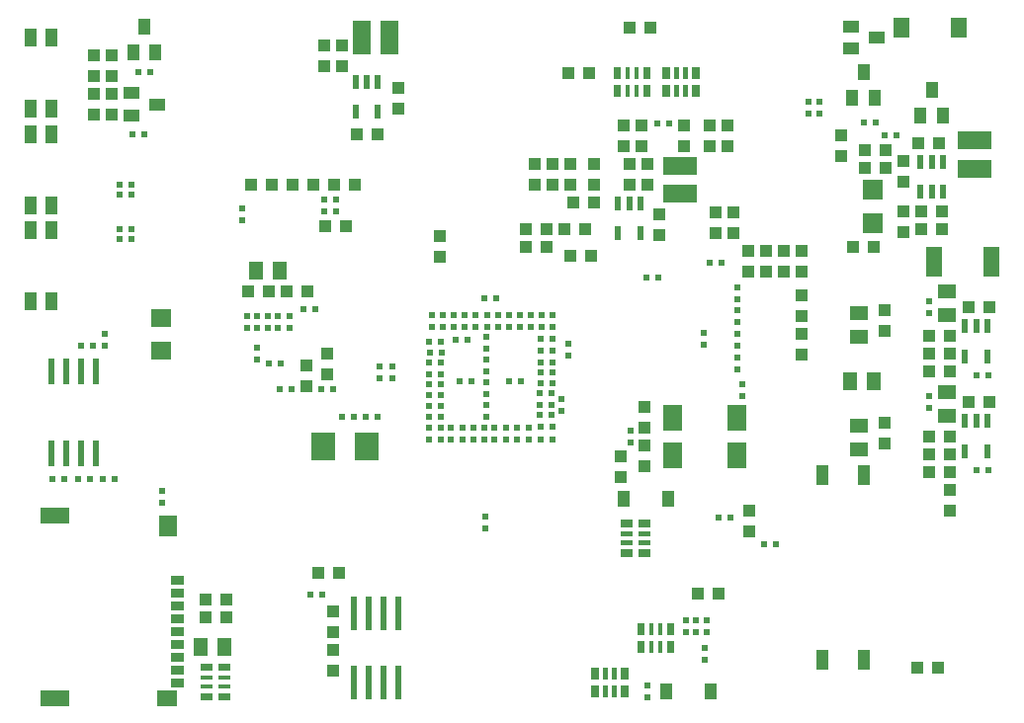
<source format=gbr>
%TF.GenerationSoftware,KiCad,Pcbnew,(6.0.1)*%
%TF.CreationDate,2022-06-22T14:46:01-03:00*%
%TF.ProjectId,A20-OLinuXino-Lime_Rev_I1,4132302d-4f4c-4696-9e75-58696e6f2d4c,rev?*%
%TF.SameCoordinates,Original*%
%TF.FileFunction,Paste,Bot*%
%TF.FilePolarity,Positive*%
%FSLAX46Y46*%
G04 Gerber Fmt 4.6, Leading zero omitted, Abs format (unit mm)*
G04 Created by KiCad (PCBNEW (6.0.1)) date 2022-06-22 14:46:01*
%MOMM*%
%LPD*%
G01*
G04 APERTURE LIST*
%ADD10R,0.609600X0.584200*%
%ADD11R,1.016000X1.016000*%
%ADD12R,0.584200X0.609600*%
%ADD13R,2.100000X2.400000*%
%ADD14R,0.550000X1.200000*%
%ADD15R,1.000000X1.400000*%
%ADD16R,1.450000X2.600000*%
%ADD17R,3.000000X1.600000*%
%ADD18R,1.450000X1.800000*%
%ADD19R,1.400000X1.000000*%
%ADD20R,1.016000X1.778000*%
%ADD21R,1.524000X1.270000*%
%ADD22R,1.270000X1.524000*%
%ADD23R,1.600000X3.000000*%
%ADD24R,1.800000X1.600000*%
%ADD25R,0.600000X2.200000*%
%ADD26R,0.609600X2.921000*%
%ADD27R,1.778000X1.651000*%
G04 APERTURE END LIST*
%TO.C,RM1*%
G36*
X161194600Y-128585600D02*
G01*
X160813600Y-128585600D01*
X160813600Y-127569600D01*
X161194600Y-127569600D01*
X161194600Y-128585600D01*
G37*
G36*
X162210600Y-130109600D02*
G01*
X161575600Y-130109600D01*
X161575600Y-129093600D01*
X162210600Y-129093600D01*
X162210600Y-130109600D01*
G37*
G36*
X160432600Y-130109600D02*
G01*
X160051600Y-130109600D01*
X160051600Y-129093600D01*
X160432600Y-129093600D01*
X160432600Y-130109600D01*
G37*
G36*
X162210600Y-128585600D02*
G01*
X161575600Y-128585600D01*
X161575600Y-127569600D01*
X162210600Y-127569600D01*
X162210600Y-128585600D01*
G37*
G36*
X160432600Y-128585600D02*
G01*
X160051600Y-128585600D01*
X160051600Y-127569600D01*
X160432600Y-127569600D01*
X160432600Y-128585600D01*
G37*
G36*
X159670600Y-130109600D02*
G01*
X159035600Y-130109600D01*
X159035600Y-129093600D01*
X159670600Y-129093600D01*
X159670600Y-130109600D01*
G37*
G36*
X161194600Y-130109600D02*
G01*
X160813600Y-130109600D01*
X160813600Y-129093600D01*
X161194600Y-129093600D01*
X161194600Y-130109600D01*
G37*
G36*
X159670600Y-128585600D02*
G01*
X159035600Y-128585600D01*
X159035600Y-127569600D01*
X159670600Y-127569600D01*
X159670600Y-128585600D01*
G37*
%TO.C,RECOVERY*%
G36*
X109315100Y-94676600D02*
G01*
X108299100Y-94676600D01*
X108299100Y-93152600D01*
X109315100Y-93152600D01*
X109315100Y-94676600D01*
G37*
G36*
X109315100Y-100772600D02*
G01*
X108299100Y-100772600D01*
X108299100Y-99248600D01*
X109315100Y-99248600D01*
X109315100Y-100772600D01*
G37*
G36*
X107537100Y-94676600D02*
G01*
X106521100Y-94676600D01*
X106521100Y-93152600D01*
X107537100Y-93152600D01*
X107537100Y-94676600D01*
G37*
G36*
X107537100Y-100772600D02*
G01*
X106521100Y-100772600D01*
X106521100Y-99248600D01*
X107537100Y-99248600D01*
X107537100Y-100772600D01*
G37*
%TO.C,Q2*%
G36*
X162864100Y-114267600D02*
G01*
X161264100Y-114267600D01*
X161264100Y-112067600D01*
X162864100Y-112067600D01*
X162864100Y-114267600D01*
G37*
G36*
X162864100Y-111067600D02*
G01*
X161264100Y-111067600D01*
X161264100Y-108867600D01*
X162864100Y-108867600D01*
X162864100Y-111067600D01*
G37*
G36*
X168364100Y-111067600D02*
G01*
X166764100Y-111067600D01*
X166764100Y-108867600D01*
X168364100Y-108867600D01*
X168364100Y-111067600D01*
G37*
G36*
X168364100Y-114267600D02*
G01*
X166764100Y-114267600D01*
X166764100Y-112067600D01*
X168364100Y-112067600D01*
X168364100Y-114267600D01*
G37*
%TO.C,RM9*%
G36*
X159162600Y-82484600D02*
G01*
X158781600Y-82484600D01*
X158781600Y-81468600D01*
X159162600Y-81468600D01*
X159162600Y-82484600D01*
G37*
G36*
X158400600Y-82484600D02*
G01*
X158019600Y-82484600D01*
X158019600Y-81468600D01*
X158400600Y-81468600D01*
X158400600Y-82484600D01*
G37*
G36*
X157638600Y-82484600D02*
G01*
X157003600Y-82484600D01*
X157003600Y-81468600D01*
X157638600Y-81468600D01*
X157638600Y-82484600D01*
G37*
G36*
X157638600Y-80960600D02*
G01*
X157003600Y-80960600D01*
X157003600Y-79944600D01*
X157638600Y-79944600D01*
X157638600Y-80960600D01*
G37*
G36*
X160178600Y-82484600D02*
G01*
X159543600Y-82484600D01*
X159543600Y-81468600D01*
X160178600Y-81468600D01*
X160178600Y-82484600D01*
G37*
G36*
X158400600Y-80960600D02*
G01*
X158019600Y-80960600D01*
X158019600Y-79944600D01*
X158400600Y-79944600D01*
X158400600Y-80960600D01*
G37*
G36*
X160178600Y-80960600D02*
G01*
X159543600Y-80960600D01*
X159543600Y-79944600D01*
X160178600Y-79944600D01*
X160178600Y-80960600D01*
G37*
G36*
X159162600Y-80960600D02*
G01*
X158781600Y-80960600D01*
X158781600Y-79944600D01*
X159162600Y-79944600D01*
X159162600Y-80960600D01*
G37*
%TO.C,PWR*%
G36*
X109315100Y-84262600D02*
G01*
X108299100Y-84262600D01*
X108299100Y-82738600D01*
X109315100Y-82738600D01*
X109315100Y-84262600D01*
G37*
G36*
X107537100Y-84262600D02*
G01*
X106521100Y-84262600D01*
X106521100Y-82738600D01*
X107537100Y-82738600D01*
X107537100Y-84262600D01*
G37*
G36*
X107537100Y-78166600D02*
G01*
X106521100Y-78166600D01*
X106521100Y-76642600D01*
X107537100Y-76642600D01*
X107537100Y-78166600D01*
G37*
G36*
X109315100Y-78166600D02*
G01*
X108299100Y-78166600D01*
X108299100Y-76642600D01*
X109315100Y-76642600D01*
X109315100Y-78166600D01*
G37*
%TO.C,RM4*%
G36*
X124174100Y-132459100D02*
G01*
X123158100Y-132459100D01*
X123158100Y-132078100D01*
X124174100Y-132078100D01*
X124174100Y-132459100D01*
G37*
G36*
X122650100Y-134237100D02*
G01*
X121634100Y-134237100D01*
X121634100Y-133602100D01*
X122650100Y-133602100D01*
X122650100Y-134237100D01*
G37*
G36*
X124174100Y-133221100D02*
G01*
X123158100Y-133221100D01*
X123158100Y-132840100D01*
X124174100Y-132840100D01*
X124174100Y-133221100D01*
G37*
G36*
X124174100Y-131697100D02*
G01*
X123158100Y-131697100D01*
X123158100Y-131062100D01*
X124174100Y-131062100D01*
X124174100Y-131697100D01*
G37*
G36*
X124174100Y-134237100D02*
G01*
X123158100Y-134237100D01*
X123158100Y-133602100D01*
X124174100Y-133602100D01*
X124174100Y-134237100D01*
G37*
G36*
X122650100Y-133221100D02*
G01*
X121634100Y-133221100D01*
X121634100Y-132840100D01*
X122650100Y-132840100D01*
X122650100Y-133221100D01*
G37*
G36*
X122650100Y-132459100D02*
G01*
X121634100Y-132459100D01*
X121634100Y-132078100D01*
X122650100Y-132078100D01*
X122650100Y-132459100D01*
G37*
G36*
X122650100Y-131697100D02*
G01*
X121634100Y-131697100D01*
X121634100Y-131062100D01*
X122650100Y-131062100D01*
X122650100Y-131697100D01*
G37*
%TO.C,RM5*%
G36*
X157257600Y-132395600D02*
G01*
X156876600Y-132395600D01*
X156876600Y-131379600D01*
X157257600Y-131379600D01*
X157257600Y-132395600D01*
G37*
G36*
X155733600Y-132395600D02*
G01*
X155098600Y-132395600D01*
X155098600Y-131379600D01*
X155733600Y-131379600D01*
X155733600Y-132395600D01*
G37*
G36*
X158273600Y-133919600D02*
G01*
X157638600Y-133919600D01*
X157638600Y-132903600D01*
X158273600Y-132903600D01*
X158273600Y-133919600D01*
G37*
G36*
X155733600Y-133919600D02*
G01*
X155098600Y-133919600D01*
X155098600Y-132903600D01*
X155733600Y-132903600D01*
X155733600Y-133919600D01*
G37*
G36*
X158273600Y-132395600D02*
G01*
X157638600Y-132395600D01*
X157638600Y-131379600D01*
X158273600Y-131379600D01*
X158273600Y-132395600D01*
G37*
G36*
X156495600Y-133919600D02*
G01*
X156114600Y-133919600D01*
X156114600Y-132903600D01*
X156495600Y-132903600D01*
X156495600Y-133919600D01*
G37*
G36*
X156495600Y-132395600D02*
G01*
X156114600Y-132395600D01*
X156114600Y-131379600D01*
X156495600Y-131379600D01*
X156495600Y-132395600D01*
G37*
G36*
X157257600Y-133919600D02*
G01*
X156876600Y-133919600D01*
X156876600Y-132903600D01*
X157257600Y-132903600D01*
X157257600Y-133919600D01*
G37*
%TO.C,RESET*%
G36*
X109315100Y-86421600D02*
G01*
X108299100Y-86421600D01*
X108299100Y-84897600D01*
X109315100Y-84897600D01*
X109315100Y-86421600D01*
G37*
G36*
X109315100Y-92517600D02*
G01*
X108299100Y-92517600D01*
X108299100Y-90993600D01*
X109315100Y-90993600D01*
X109315100Y-92517600D01*
G37*
G36*
X107537100Y-92517600D02*
G01*
X106521100Y-92517600D01*
X106521100Y-90993600D01*
X107537100Y-90993600D01*
X107537100Y-92517600D01*
G37*
G36*
X107537100Y-86421600D02*
G01*
X106521100Y-86421600D01*
X106521100Y-84897600D01*
X107537100Y-84897600D01*
X107537100Y-86421600D01*
G37*
%TO.C,SD/MMC1*%
G36*
X120157100Y-130875100D02*
G01*
X119047100Y-130875100D01*
X119047100Y-130175100D01*
X120157100Y-130175100D01*
X120157100Y-130875100D01*
G37*
G36*
X119582100Y-134675100D02*
G01*
X117882100Y-134675100D01*
X117882100Y-133325100D01*
X119582100Y-133325100D01*
X119582100Y-134675100D01*
G37*
G36*
X120157100Y-126475100D02*
G01*
X119047100Y-126475100D01*
X119047100Y-125775100D01*
X120157100Y-125775100D01*
X120157100Y-126475100D01*
G37*
G36*
X120157100Y-127575100D02*
G01*
X119047100Y-127575100D01*
X119047100Y-126875100D01*
X120157100Y-126875100D01*
X120157100Y-127575100D01*
G37*
G36*
X120157100Y-129775100D02*
G01*
X119047100Y-129775100D01*
X119047100Y-129075100D01*
X120157100Y-129075100D01*
X120157100Y-129775100D01*
G37*
G36*
X110382100Y-119025100D02*
G01*
X107882100Y-119025100D01*
X107882100Y-117675100D01*
X110382100Y-117675100D01*
X110382100Y-119025100D01*
G37*
G36*
X120157100Y-125375100D02*
G01*
X119047100Y-125375100D01*
X119047100Y-124675100D01*
X120157100Y-124675100D01*
X120157100Y-125375100D01*
G37*
G36*
X110382100Y-134675100D02*
G01*
X107882100Y-134675100D01*
X107882100Y-133325100D01*
X110382100Y-133325100D01*
X110382100Y-134675100D01*
G37*
G36*
X120157100Y-133075100D02*
G01*
X119047100Y-133075100D01*
X119047100Y-132375100D01*
X120157100Y-132375100D01*
X120157100Y-133075100D01*
G37*
G36*
X120157100Y-124275100D02*
G01*
X119047100Y-124275100D01*
X119047100Y-123575100D01*
X120157100Y-123575100D01*
X120157100Y-124275100D01*
G37*
G36*
X120157100Y-131975100D02*
G01*
X119047100Y-131975100D01*
X119047100Y-131275100D01*
X120157100Y-131275100D01*
X120157100Y-131975100D01*
G37*
G36*
X120157100Y-128675100D02*
G01*
X119047100Y-128675100D01*
X119047100Y-127975100D01*
X120157100Y-127975100D01*
X120157100Y-128675100D01*
G37*
G36*
X119582100Y-120125100D02*
G01*
X118032100Y-120125100D01*
X118032100Y-118375100D01*
X119582100Y-118375100D01*
X119582100Y-120125100D01*
G37*
%TO.C,RM2*%
G36*
X160115100Y-119378100D02*
G01*
X159099100Y-119378100D01*
X159099100Y-118743100D01*
X160115100Y-118743100D01*
X160115100Y-119378100D01*
G37*
G36*
X158591100Y-120140100D02*
G01*
X157575100Y-120140100D01*
X157575100Y-119759100D01*
X158591100Y-119759100D01*
X158591100Y-120140100D01*
G37*
G36*
X158591100Y-121918100D02*
G01*
X157575100Y-121918100D01*
X157575100Y-121283100D01*
X158591100Y-121283100D01*
X158591100Y-121918100D01*
G37*
G36*
X160115100Y-120140100D02*
G01*
X159099100Y-120140100D01*
X159099100Y-119759100D01*
X160115100Y-119759100D01*
X160115100Y-120140100D01*
G37*
G36*
X160115100Y-120902100D02*
G01*
X159099100Y-120902100D01*
X159099100Y-120521100D01*
X160115100Y-120521100D01*
X160115100Y-120902100D01*
G37*
G36*
X160115100Y-121918100D02*
G01*
X159099100Y-121918100D01*
X159099100Y-121283100D01*
X160115100Y-121283100D01*
X160115100Y-121918100D01*
G37*
G36*
X158591100Y-119378100D02*
G01*
X157575100Y-119378100D01*
X157575100Y-118743100D01*
X158591100Y-118743100D01*
X158591100Y-119378100D01*
G37*
G36*
X158591100Y-120902100D02*
G01*
X157575100Y-120902100D01*
X157575100Y-120521100D01*
X158591100Y-120521100D01*
X158591100Y-120902100D01*
G37*
%TO.C,RM10*%
G36*
X164369600Y-80960600D02*
G01*
X163734600Y-80960600D01*
X163734600Y-79944600D01*
X164369600Y-79944600D01*
X164369600Y-80960600D01*
G37*
G36*
X161829600Y-82484600D02*
G01*
X161194600Y-82484600D01*
X161194600Y-81468600D01*
X161829600Y-81468600D01*
X161829600Y-82484600D01*
G37*
G36*
X162591600Y-82484600D02*
G01*
X162210600Y-82484600D01*
X162210600Y-81468600D01*
X162591600Y-81468600D01*
X162591600Y-82484600D01*
G37*
G36*
X162591600Y-80960600D02*
G01*
X162210600Y-80960600D01*
X162210600Y-79944600D01*
X162591600Y-79944600D01*
X162591600Y-80960600D01*
G37*
G36*
X164369600Y-82484600D02*
G01*
X163734600Y-82484600D01*
X163734600Y-81468600D01*
X164369600Y-81468600D01*
X164369600Y-82484600D01*
G37*
G36*
X161829600Y-80960600D02*
G01*
X161194600Y-80960600D01*
X161194600Y-79944600D01*
X161829600Y-79944600D01*
X161829600Y-80960600D01*
G37*
G36*
X163353600Y-82484600D02*
G01*
X162972600Y-82484600D01*
X162972600Y-81468600D01*
X163353600Y-81468600D01*
X163353600Y-82484600D01*
G37*
G36*
X163353600Y-80960600D02*
G01*
X162972600Y-80960600D01*
X162972600Y-79944600D01*
X163353600Y-79944600D01*
X163353600Y-80960600D01*
G37*
%TD*%
D10*
%TO.C,C156*%
X141141300Y-106233600D03*
X142157300Y-106233600D03*
%TD*%
D11*
%TO.C,C157*%
X167227100Y-94168600D03*
X167227100Y-92390600D03*
%TD*%
D12*
%TO.C,C12*%
X151783900Y-102220400D03*
X151783900Y-101204400D03*
%TD*%
D10*
%TO.C,C30*%
X143478100Y-103312600D03*
X144494100Y-103312600D03*
%TD*%
%TO.C,C93*%
X151656900Y-108875200D03*
X150640900Y-108875200D03*
%TD*%
D12*
%TO.C,R87*%
X128238100Y-102296600D03*
X128238100Y-101280600D03*
%TD*%
D11*
%TO.C,R70*%
X155289100Y-91501600D03*
X153511100Y-91501600D03*
%TD*%
D10*
%TO.C,C67*%
X141141300Y-107122600D03*
X142157300Y-107122600D03*
%TD*%
D12*
%TO.C,C73*%
X143071700Y-111821600D03*
X143071700Y-110805600D03*
%TD*%
%TO.C,C38*%
X167608100Y-102804600D03*
X167608100Y-103820600D03*
%TD*%
D10*
%TO.C,C128*%
X115665100Y-93787600D03*
X114649100Y-93787600D03*
%TD*%
D11*
%TO.C,C130*%
X179292100Y-95311600D03*
X177514100Y-95311600D03*
%TD*%
D13*
%TO.C,Q3*%
X135803100Y-112456600D03*
X132103100Y-112456600D03*
%TD*%
D11*
%TO.C,C194*%
X183991100Y-104455600D03*
X185769100Y-104455600D03*
%TD*%
D14*
%TO.C,U10*%
X187105100Y-110267500D03*
X188055100Y-110267500D03*
X189005100Y-110267500D03*
X189005100Y-112867700D03*
X187105100Y-112867700D03*
%TD*%
D11*
%TO.C,C125*%
X183991100Y-102931600D03*
X185769100Y-102931600D03*
%TD*%
D14*
%TO.C,U15*%
X134908100Y-81184500D03*
X135858100Y-81184500D03*
X136808100Y-81184500D03*
X136808100Y-83784700D03*
X134908100Y-83784700D03*
%TD*%
D11*
%TO.C,C177*%
X158337100Y-88199600D03*
X158337100Y-89977600D03*
%TD*%
D10*
%TO.C,C123*%
X141141300Y-108976800D03*
X142157300Y-108976800D03*
%TD*%
%TO.C,C70*%
X151758500Y-111821600D03*
X150742500Y-111821600D03*
%TD*%
D12*
%TO.C,R96*%
X126460100Y-102296600D03*
X126460100Y-101280600D03*
%TD*%
D15*
%TO.C,U20*%
X185195100Y-84092600D03*
X183295100Y-84092600D03*
X184245100Y-81892600D03*
%TD*%
D12*
%TO.C,C196*%
X126460100Y-104963600D03*
X126460100Y-103947600D03*
%TD*%
D10*
%TO.C,R93*%
X112109100Y-115250600D03*
X111093100Y-115250600D03*
%TD*%
D16*
%TO.C,D5*%
X184467100Y-96581600D03*
X189357100Y-96581600D03*
%TD*%
D10*
%TO.C,C90*%
X133699100Y-109916600D03*
X134715100Y-109916600D03*
%TD*%
D11*
%TO.C,C132*%
X173069100Y-97470600D03*
X173069100Y-95692600D03*
%TD*%
D12*
%TO.C,R22*%
X164814100Y-130744600D03*
X164814100Y-129728600D03*
%TD*%
%TO.C,C35*%
X148964500Y-101204400D03*
X148964500Y-102220400D03*
%TD*%
%TO.C,C53*%
X146068900Y-108875200D03*
X146068900Y-109891200D03*
%TD*%
D15*
%TO.C,FET1*%
X117758100Y-78631600D03*
X115858100Y-78631600D03*
X116808100Y-76431600D03*
%TD*%
D12*
%TO.C,R24*%
X164941100Y-128331600D03*
X164941100Y-127315600D03*
%TD*%
D11*
%TO.C,R53*%
X173069100Y-104582600D03*
X173069100Y-102804600D03*
%TD*%
D10*
%TO.C,C103*%
X132175100Y-91247600D03*
X133191100Y-91247600D03*
%TD*%
D12*
%TO.C,R19*%
X163163100Y-128331600D03*
X163163100Y-127315600D03*
%TD*%
D17*
%TO.C,L13*%
X162655100Y-90796600D03*
X162655100Y-88396600D03*
%TD*%
D14*
%TO.C,U14*%
X185195100Y-90642700D03*
X184245100Y-90642700D03*
X183295100Y-90642700D03*
X183295100Y-88042500D03*
X184245100Y-88042500D03*
X185195100Y-88042500D03*
%TD*%
D11*
%TO.C,R39*%
X160115100Y-76515600D03*
X158337100Y-76515600D03*
%TD*%
D18*
%TO.C,D3*%
X181673100Y-76515600D03*
X186563100Y-76515600D03*
%TD*%
D10*
%TO.C,C6*%
X150742500Y-106132000D03*
X151758500Y-106132000D03*
%TD*%
D11*
%TO.C,C163*%
X163036100Y-86675600D03*
X163036100Y-84897600D03*
%TD*%
D12*
%TO.C,C203*%
X113379100Y-102804600D03*
X113379100Y-103820600D03*
%TD*%
%TO.C,C28*%
X145002100Y-111821600D03*
X145002100Y-110805600D03*
%TD*%
D11*
%TO.C,R46*%
X157829100Y-84897600D03*
X157829100Y-86675600D03*
%TD*%
%TO.C,C54*%
X130778100Y-99121600D03*
X129000100Y-99121600D03*
%TD*%
D10*
%TO.C,C19*%
X159797600Y-97978600D03*
X160813600Y-97978600D03*
%TD*%
D11*
%TO.C,R72*%
X134969100Y-85659600D03*
X136747100Y-85659600D03*
%TD*%
D10*
%TO.C,C8*%
X150742500Y-103236400D03*
X151758500Y-103236400D03*
%TD*%
D12*
%TO.C,R49*%
X159861100Y-133919600D03*
X159861100Y-132903600D03*
%TD*%
D11*
%TO.C,C175*%
X153257100Y-88199600D03*
X153257100Y-89977600D03*
%TD*%
D10*
%TO.C,R47*%
X188055100Y-106360600D03*
X189071100Y-106360600D03*
%TD*%
D11*
%TO.C,C193*%
X183991100Y-113091600D03*
X185769100Y-113091600D03*
%TD*%
D10*
%TO.C,C65*%
X142157300Y-103490400D03*
X141141300Y-103490400D03*
%TD*%
%TO.C,C198*%
X132937100Y-107503600D03*
X131921100Y-107503600D03*
%TD*%
D15*
%TO.C,D2*%
X161517100Y-133411600D03*
X165317100Y-133411600D03*
%TD*%
D11*
%TO.C,C195*%
X130651100Y-105471600D03*
X130651100Y-107249600D03*
%TD*%
D12*
%TO.C,C18*%
X146068900Y-105014400D03*
X146068900Y-106030400D03*
%TD*%
D19*
%TO.C,T1*%
X115708100Y-84069600D03*
X115708100Y-82169600D03*
X117908100Y-83119600D03*
%TD*%
D12*
%TO.C,C105*%
X136941100Y-106623600D03*
X136941100Y-105607600D03*
%TD*%
%TO.C,C11*%
X150844100Y-102220400D03*
X150844100Y-101204400D03*
%TD*%
%TO.C,C44*%
X167989100Y-108138600D03*
X167989100Y-107122600D03*
%TD*%
%TO.C,C204*%
X127349100Y-101280600D03*
X127349100Y-102296600D03*
%TD*%
D10*
%TO.C,C77*%
X142157300Y-110856400D03*
X141141300Y-110856400D03*
%TD*%
D11*
%TO.C,R79*%
X168624100Y-117917600D03*
X168624100Y-119695600D03*
%TD*%
%TO.C,C135*%
X178530100Y-87056600D03*
X180308100Y-87056600D03*
%TD*%
D10*
%TO.C,C4*%
X150640900Y-109764200D03*
X151656900Y-109764200D03*
%TD*%
D20*
%TO.C,C88*%
X174847100Y-130744600D03*
X178403100Y-130744600D03*
%TD*%
D10*
%TO.C,C17*%
X151758500Y-104252400D03*
X150742500Y-104252400D03*
%TD*%
%TO.C,R40*%
X188055100Y-114488600D03*
X189071100Y-114488600D03*
%TD*%
D11*
%TO.C,C200*%
X125698100Y-99121600D03*
X127476100Y-99121600D03*
%TD*%
D10*
%TO.C,R52*%
X116300100Y-80325600D03*
X117316100Y-80325600D03*
%TD*%
D11*
%TO.C,C197*%
X132429100Y-104455600D03*
X132429100Y-106233600D03*
%TD*%
D21*
%TO.C,C188*%
X178022100Y-101026600D03*
X178022100Y-103058600D03*
%TD*%
D10*
%TO.C,R94*%
X111347100Y-103820600D03*
X112363100Y-103820600D03*
%TD*%
D12*
%TO.C,R88*%
X129254100Y-102296600D03*
X129254100Y-101280600D03*
%TD*%
D22*
%TO.C,L1*%
X126333100Y-97343600D03*
X128365100Y-97343600D03*
%TD*%
D23*
%TO.C,L15*%
X137820100Y-77404600D03*
X135420100Y-77404600D03*
%TD*%
D11*
%TO.C,C150*%
X168497100Y-97470600D03*
X168497100Y-95692600D03*
%TD*%
D12*
%TO.C,C31*%
X146068900Y-106944800D03*
X146068900Y-107960800D03*
%TD*%
D10*
%TO.C,C95*%
X141293700Y-104379400D03*
X142309700Y-104379400D03*
%TD*%
D22*
%TO.C,L4*%
X123666100Y-129601600D03*
X121634100Y-129601600D03*
%TD*%
D11*
%TO.C,R15*%
X132937100Y-129855600D03*
X132937100Y-131633600D03*
%TD*%
D12*
%TO.C,C56*%
X147084900Y-102220400D03*
X147084900Y-101204400D03*
%TD*%
D24*
%TO.C,FUSE1*%
X118205100Y-101404600D03*
X118205100Y-104204600D03*
%TD*%
D11*
%TO.C,C98*%
X123793100Y-125537600D03*
X122015100Y-125537600D03*
%TD*%
D10*
%TO.C,C121*%
X141141300Y-108011600D03*
X142157300Y-108011600D03*
%TD*%
%TO.C,C76*%
X169894100Y-120838600D03*
X170910100Y-120838600D03*
%TD*%
D11*
%TO.C,R48*%
X187420100Y-100518600D03*
X189198100Y-100518600D03*
%TD*%
D25*
%TO.C,U22*%
X112617100Y-113035600D03*
X111347100Y-113035600D03*
X110077100Y-113035600D03*
X108807100Y-113035600D03*
X108807100Y-106035600D03*
X110077100Y-106035600D03*
X111347100Y-106035600D03*
X112617100Y-106035600D03*
%TD*%
D11*
%TO.C,C85*%
X159670600Y-114107600D03*
X159670600Y-112329600D03*
%TD*%
D10*
%TO.C,R77*%
X181197100Y-85786600D03*
X180181100Y-85786600D03*
%TD*%
D22*
%TO.C,L9*%
X179292100Y-106868600D03*
X177260100Y-106868600D03*
%TD*%
D11*
%TO.C,C182*%
X138525100Y-83500600D03*
X138525100Y-81722600D03*
%TD*%
D10*
%TO.C,R27*%
X131032100Y-125156600D03*
X132048100Y-125156600D03*
%TD*%
D11*
%TO.C,C186*%
X183356100Y-93787600D03*
X185134100Y-93787600D03*
%TD*%
%TO.C,C118*%
X183991100Y-111567600D03*
X185769100Y-111567600D03*
%TD*%
%TO.C,C164*%
X131286100Y-89977600D03*
X129508100Y-89977600D03*
%TD*%
%TO.C,C99*%
X133064100Y-89977600D03*
X134842100Y-89977600D03*
%TD*%
D12*
%TO.C,C120*%
X183991100Y-108138600D03*
X183991100Y-109154600D03*
%TD*%
D10*
%TO.C,C10*%
X166274600Y-96708600D03*
X165258600Y-96708600D03*
%TD*%
D12*
%TO.C,C7*%
X152558600Y-108392600D03*
X152558600Y-109408600D03*
%TD*%
D10*
%TO.C,R92*%
X108934100Y-115250600D03*
X109950100Y-115250600D03*
%TD*%
D15*
%TO.C,FET4*%
X179353100Y-82568600D03*
X177453100Y-82568600D03*
X178403100Y-80368600D03*
%TD*%
D12*
%TO.C,C37*%
X149904300Y-101204400D03*
X149904300Y-102220400D03*
%TD*%
D10*
%TO.C,C100*%
X132175100Y-92263600D03*
X133191100Y-92263600D03*
%TD*%
D26*
%TO.C,U3*%
X138525100Y-132709600D03*
X137255100Y-132709600D03*
X135985100Y-132709600D03*
X134715100Y-132709600D03*
X134715100Y-126747600D03*
X135985100Y-126747600D03*
X137255100Y-126747600D03*
X138525100Y-126747600D03*
%TD*%
D12*
%TO.C,C126*%
X183991100Y-100010600D03*
X183991100Y-101026600D03*
%TD*%
D11*
%TO.C,R85*%
X185769100Y-117917600D03*
X185769100Y-116139600D03*
%TD*%
D10*
%TO.C,C152*%
X141141300Y-105268400D03*
X142157300Y-105268400D03*
%TD*%
D21*
%TO.C,L8*%
X185515100Y-101153600D03*
X185515100Y-99121600D03*
%TD*%
D11*
%TO.C,C179*%
X183356100Y-92263600D03*
X185134100Y-92263600D03*
%TD*%
%TO.C,C178*%
X159861100Y-88199600D03*
X159861100Y-89977600D03*
%TD*%
%TO.C,R45*%
X159353100Y-84897600D03*
X159353100Y-86675600D03*
%TD*%
%TO.C,R86*%
X184753100Y-131379600D03*
X182975100Y-131379600D03*
%TD*%
D10*
%TO.C,C32*%
X141141300Y-109942000D03*
X142157300Y-109942000D03*
%TD*%
D12*
%TO.C,C52*%
X145903800Y-111821600D03*
X145903800Y-110805600D03*
%TD*%
D11*
%TO.C,C139*%
X151225100Y-93787600D03*
X149447100Y-93787600D03*
%TD*%
D12*
%TO.C,R91*%
X125571100Y-102296600D03*
X125571100Y-101280600D03*
%TD*%
D11*
%TO.C,C55*%
X165957100Y-125029600D03*
X164179100Y-125029600D03*
%TD*%
%TO.C,R38*%
X154908100Y-80452600D03*
X153130100Y-80452600D03*
%TD*%
D20*
%TO.C,C89*%
X174847100Y-114869600D03*
X178403100Y-114869600D03*
%TD*%
D11*
%TO.C,R21*%
X157575100Y-113282100D03*
X157575100Y-115060100D03*
%TD*%
D12*
%TO.C,C162*%
X141420700Y-101204400D03*
X141420700Y-102220400D03*
%TD*%
D11*
%TO.C,C158*%
X165195100Y-86675600D03*
X165195100Y-84897600D03*
%TD*%
D10*
%TO.C,R89*%
X129431900Y-107503600D03*
X128415900Y-107503600D03*
%TD*%
D11*
%TO.C,C192*%
X180181100Y-100772600D03*
X180181100Y-102550600D03*
%TD*%
%TO.C,C149*%
X166719100Y-86675600D03*
X166719100Y-84897600D03*
%TD*%
D12*
%TO.C,C71*%
X149701100Y-111821600D03*
X149701100Y-110805600D03*
%TD*%
%TO.C,C48*%
X147770700Y-111821600D03*
X147770700Y-110805600D03*
%TD*%
%TO.C,C57*%
X144240100Y-102220400D03*
X144240100Y-101204400D03*
%TD*%
D11*
%TO.C,R43*%
X150209100Y-88199600D03*
X150209100Y-89977600D03*
%TD*%
D10*
%TO.C,C127*%
X115665100Y-94676600D03*
X114649100Y-94676600D03*
%TD*%
D12*
%TO.C,R73*%
X158464100Y-112075600D03*
X158464100Y-111059600D03*
%TD*%
D10*
%TO.C,C66*%
X146957900Y-99731200D03*
X145941900Y-99731200D03*
%TD*%
D11*
%TO.C,C124*%
X185769100Y-105979600D03*
X183991100Y-105979600D03*
%TD*%
D12*
%TO.C,R64*%
X174593100Y-83881600D03*
X174593100Y-82865600D03*
%TD*%
D11*
%TO.C,R67*%
X181832100Y-92263600D03*
X181832100Y-94041600D03*
%TD*%
%TO.C,C140*%
X114014100Y-80706600D03*
X114014100Y-78928600D03*
%TD*%
D19*
%TO.C,FET3*%
X177303100Y-78354600D03*
X177303100Y-76454600D03*
X179503100Y-77404600D03*
%TD*%
D11*
%TO.C,R14*%
X151225100Y-95311600D03*
X149447100Y-95311600D03*
%TD*%
D10*
%TO.C,C33*%
X151656900Y-107910000D03*
X150640900Y-107910000D03*
%TD*%
D11*
%TO.C,R58*%
X112490100Y-82230600D03*
X112490100Y-84008600D03*
%TD*%
D10*
%TO.C,C199*%
X130397100Y-100645600D03*
X131413100Y-100645600D03*
%TD*%
D11*
%TO.C,R57*%
X132302100Y-93533600D03*
X134080100Y-93533600D03*
%TD*%
D12*
%TO.C,C22*%
X167608100Y-105852600D03*
X167608100Y-104836600D03*
%TD*%
%TO.C,R25*%
X164052100Y-128331600D03*
X164052100Y-127315600D03*
%TD*%
D10*
%TO.C,R74*%
X179419100Y-84643600D03*
X178403100Y-84643600D03*
%TD*%
D11*
%TO.C,C184*%
X133699100Y-78039600D03*
X133699100Y-79817600D03*
%TD*%
D12*
%TO.C,R76*%
X125190100Y-92009600D03*
X125190100Y-93025600D03*
%TD*%
%TO.C,C137*%
X145179900Y-102220400D03*
X145179900Y-101204400D03*
%TD*%
D14*
%TO.C,U13*%
X157387100Y-91598500D03*
X158337100Y-91598500D03*
X159287100Y-91598500D03*
X159287100Y-94198700D03*
X157387100Y-94198700D03*
%TD*%
D11*
%TO.C,R44*%
X151733100Y-88199600D03*
X151733100Y-89977600D03*
%TD*%
%TO.C,C141*%
X112490100Y-80706600D03*
X112490100Y-78928600D03*
%TD*%
D10*
%TO.C,R90*%
X128492100Y-105344600D03*
X127476100Y-105344600D03*
%TD*%
D11*
%TO.C,C181*%
X183102100Y-86421600D03*
X184880100Y-86421600D03*
%TD*%
%TO.C,C81*%
X159670600Y-109027600D03*
X159670600Y-110805600D03*
%TD*%
%TO.C,C185*%
X132175100Y-78039600D03*
X132175100Y-79817600D03*
%TD*%
D14*
%TO.C,U11*%
X187105100Y-102139500D03*
X188055100Y-102139500D03*
X189005100Y-102139500D03*
X189005100Y-104739700D03*
X187105100Y-104739700D03*
%TD*%
D11*
%TO.C,C191*%
X180181100Y-110424600D03*
X180181100Y-112202600D03*
%TD*%
%TO.C,C153*%
X170021100Y-95692600D03*
X170021100Y-97470600D03*
%TD*%
%TO.C,C133*%
X180308100Y-88580600D03*
X178530100Y-88580600D03*
%TD*%
D12*
%TO.C,C69*%
X146068900Y-104100000D03*
X146068900Y-103084000D03*
%TD*%
%TO.C,C24*%
X167608100Y-101788600D03*
X167608100Y-100772600D03*
%TD*%
%TO.C,C168*%
X143300300Y-101204400D03*
X143300300Y-102220400D03*
%TD*%
D11*
%TO.C,R68*%
X155289100Y-88199600D03*
X155289100Y-89977600D03*
%TD*%
%TO.C,R26*%
X131667100Y-123251600D03*
X133445100Y-123251600D03*
%TD*%
D12*
%TO.C,C104*%
X138041100Y-106623600D03*
X138041100Y-105607600D03*
%TD*%
D10*
%TO.C,C16*%
X151758500Y-105243000D03*
X150742500Y-105243000D03*
%TD*%
D11*
%TO.C,R16*%
X132937100Y-128331600D03*
X132937100Y-126553600D03*
%TD*%
D12*
%TO.C,C72*%
X148735900Y-111821600D03*
X148735900Y-110805600D03*
%TD*%
D10*
%TO.C,R54*%
X115792100Y-85659600D03*
X116808100Y-85659600D03*
%TD*%
D12*
%TO.C,C21*%
X164687100Y-103693600D03*
X164687100Y-102677600D03*
%TD*%
D10*
%TO.C,C29*%
X144824300Y-106868600D03*
X143808300Y-106868600D03*
%TD*%
%TO.C,R84*%
X166973100Y-118552600D03*
X165957100Y-118552600D03*
%TD*%
D12*
%TO.C,C58*%
X146145100Y-102169600D03*
X146145100Y-101153600D03*
%TD*%
D21*
%TO.C,C187*%
X178022100Y-110678600D03*
X178022100Y-112710600D03*
%TD*%
D10*
%TO.C,C34*%
X148075500Y-106868600D03*
X149091500Y-106868600D03*
%TD*%
D27*
%TO.C,R51*%
X179165100Y-93343100D03*
X179165100Y-90422100D03*
%TD*%
D17*
%TO.C,L14*%
X187928100Y-86237600D03*
X187928100Y-88637600D03*
%TD*%
D12*
%TO.C,R62*%
X173704100Y-83881600D03*
X173704100Y-82865600D03*
%TD*%
D11*
%TO.C,C145*%
X165703100Y-94168600D03*
X165703100Y-92390600D03*
%TD*%
D10*
%TO.C,C78*%
X142157300Y-111821600D03*
X141141300Y-111821600D03*
%TD*%
%TO.C,C49*%
X161766100Y-84770600D03*
X160750100Y-84770600D03*
%TD*%
D12*
%TO.C,C36*%
X148024700Y-101204400D03*
X148024700Y-102220400D03*
%TD*%
D11*
%TO.C,C15*%
X152749100Y-93787600D03*
X154527100Y-93787600D03*
%TD*%
D10*
%TO.C,C129*%
X115665100Y-90866600D03*
X114649100Y-90866600D03*
%TD*%
%TO.C,R95*%
X113252100Y-115250600D03*
X114268100Y-115250600D03*
%TD*%
D11*
%TO.C,C148*%
X114014100Y-84008600D03*
X114014100Y-82230600D03*
%TD*%
%TO.C,C96*%
X123793100Y-127061600D03*
X122015100Y-127061600D03*
%TD*%
%TO.C,R69*%
X181832100Y-89723600D03*
X181832100Y-87945600D03*
%TD*%
D10*
%TO.C,C91*%
X136747100Y-109916600D03*
X135731100Y-109916600D03*
%TD*%
D11*
%TO.C,R7*%
X155035100Y-96073600D03*
X153257100Y-96073600D03*
%TD*%
D21*
%TO.C,L7*%
X185515100Y-109789600D03*
X185515100Y-107757600D03*
%TD*%
D12*
%TO.C,C68*%
X146018100Y-119441600D03*
X146018100Y-118425600D03*
%TD*%
%TO.C,C9*%
X153130100Y-104646100D03*
X153130100Y-103630100D03*
%TD*%
D15*
%TO.C,D1*%
X161634100Y-116901600D03*
X157834100Y-116901600D03*
%TD*%
D11*
%TO.C,C117*%
X185769100Y-114615600D03*
X183991100Y-114615600D03*
%TD*%
D12*
%TO.C,R29*%
X118332100Y-117282600D03*
X118332100Y-116266600D03*
%TD*%
D10*
%TO.C,C5*%
X150742500Y-107021000D03*
X151758500Y-107021000D03*
%TD*%
D12*
%TO.C,C50*%
X146805500Y-111821600D03*
X146805500Y-110805600D03*
%TD*%
%TO.C,C51*%
X144036900Y-111821600D03*
X144036900Y-110805600D03*
%TD*%
D11*
%TO.C,R55*%
X173069100Y-101280600D03*
X173069100Y-99502600D03*
%TD*%
D12*
%TO.C,C40*%
X167608100Y-98804100D03*
X167608100Y-99820100D03*
%TD*%
D11*
%TO.C,R41*%
X187420100Y-108646600D03*
X189198100Y-108646600D03*
%TD*%
%TO.C,C138*%
X171545100Y-97470600D03*
X171545100Y-95692600D03*
%TD*%
D12*
%TO.C,C170*%
X142360500Y-101204400D03*
X142360500Y-102220400D03*
%TD*%
D10*
%TO.C,C3*%
X150742500Y-110754800D03*
X151758500Y-110754800D03*
%TD*%
D11*
%TO.C,C108*%
X142081100Y-94422600D03*
X142081100Y-96200600D03*
%TD*%
D10*
%TO.C,C131*%
X115665100Y-89977600D03*
X114649100Y-89977600D03*
%TD*%
D11*
%TO.C,C176*%
X160877100Y-94295600D03*
X160877100Y-92517600D03*
%TD*%
%TO.C,C151*%
X125952100Y-89977600D03*
X127730100Y-89977600D03*
%TD*%
%TO.C,C136*%
X176498100Y-87564600D03*
X176498100Y-85786600D03*
%TD*%
M02*

</source>
